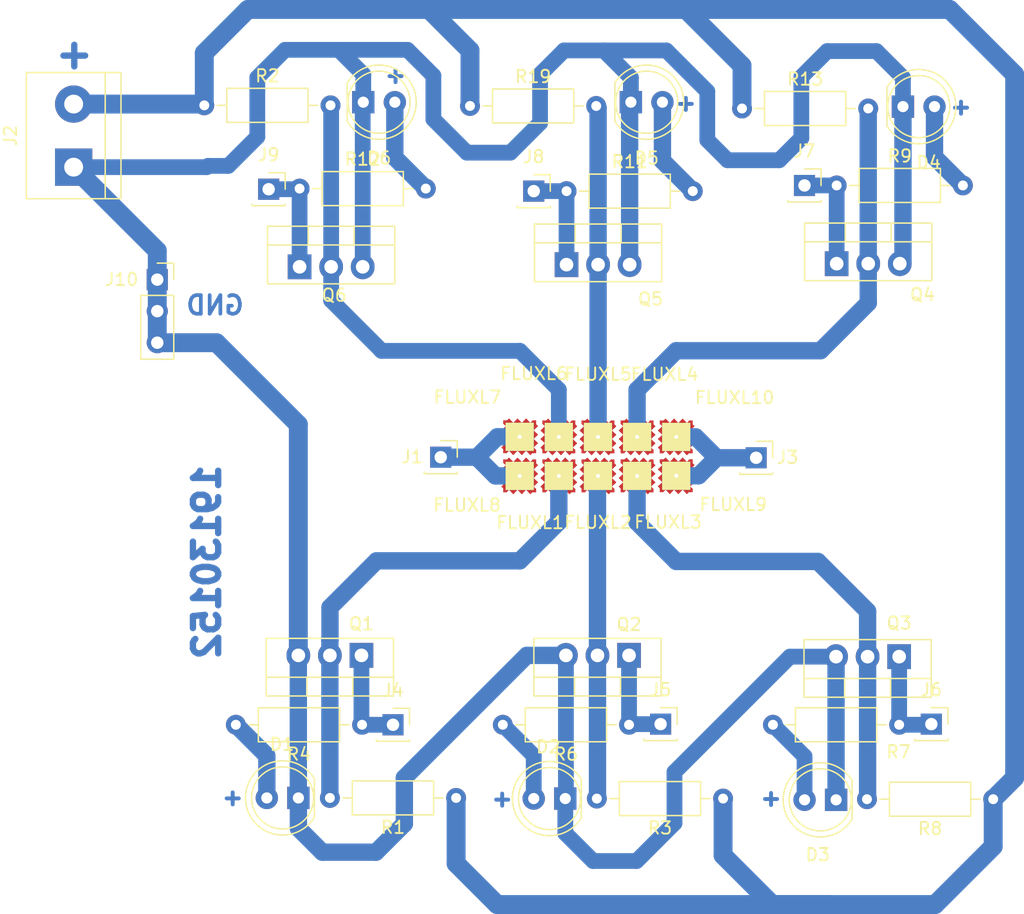
<source format=kicad_pcb>
(kicad_pcb (version 20211014) (generator pcbnew)
  (layers (0 "F.Cu" signal) (31 "B.Cu" signal) (34 "B.Paste" user) (35 "F.Paste" user) (36 "B.SilkS" user "B.Silkscreen") (37 "F.SilkS" user "F.Silkscreen") (38 "B.Mask" user) (39 "F.Mask" user) (44 "Edge.Cuts" user))
  (net 0 "")
  (net 1 "GND")
  (net 2 "Net-(D1-Pad2)")
  (net 3 "Net-(D2-Pad2)")
  (net 4 "Net-(D3-Pad2)")
  (net 5 "Net-(D4-Pad2)")
  (net 6 "Net-(D5-Pad2)")
  (net 7 "Net-(D6-Pad2)")
  (net 8 "Net-(FLUXL7-Pad1)")
  (net 9 "Net-(FLUXL10-Pad1)")
  (net 10 "/PAD_1")
  (net 11 "/PAD_2")
  (net 12 "/PAD_3")
  (net 13 "/PAD_4")
  (net 14 "/PAD_5")
  (net 15 "/PAD_6")
  (net 16 "/LED_1")
  (net 17 "/LED_2")
  (net 18 "/LED_3")
  (net 19 "/LED_4")
  (net 20 "/LED_5")
  (net 21 "/LED_6")
  (net 22 "/+HV")
  (footprint "LED_THT:LED_D5.0mm_IRBlack" (layer "F.Cu") (at 87.7874 133.0452 180)
    (fp_text reference "D1")
    (fp_text value "LED")
  )
  (footprint "Connector_PinSocket_2.54mm:PinSocket_1x03_P2.54mm_Vertical" (layer "F.Cu") (at 76.4282 91.3026)
    (fp_text reference "J10")
    (fp_text value "GND")
  )
  (footprint "GaudiLabsFootPrints:FLUXPAD_2_75_4MIL_FINAL" (layer "F.Cu") (at 118.2 103.97 -90)
    (fp_text reference "FLUXL10")
    (fp_text value "FX" hide)
  )
  (footprint "Package_TO_SOT_THT:TO-220-3_Vertical" (layer "F.Cu") (at 109.37 90.095)
    (fp_text reference "Q5")
    (fp_text value "IRF740")
  )
  (footprint "Resistor_THT:R_Axial_DIN0207_L6.3mm_D2.5mm_P10.16mm_Horizontal" (layer "F.Cu") (at 100.4824 133.0452 180)
    (fp_text reference "R1")
    (fp_text value "R")
  )
  (footprint "GaudiLabsFootPrints:FLUXPAD_2_75_4MIL_FINAL" (layer "F.Cu") (at 105.6 107.11 90)
    (fp_text reference "FLUXL8")
    (fp_text value "FX" hide)
  )
  (footprint "Resistor_THT:R_Axial_DIN0207_L6.3mm_D2.5mm_P10.16mm_Horizontal" (layer "F.Cu") (at 80.2132 77.2668)
    (fp_text reference "R2")
    (fp_text value "R")
  )
  (footprint "Resistor_THT:R_Axial_DIN0207_L6.3mm_D2.5mm_P10.16mm_Horizontal" (layer "F.Cu") (at 136.144 127.1524 180)
    (fp_text reference "R7")
    (fp_text value "1K")
  )
  (footprint "LED_THT:LED_D5.0mm_IRBlack" (layer "F.Cu") (at 109.2708 133.096 180)
    (fp_text reference "D2")
    (fp_text value "LED")
  )
  (footprint "Connector_PinSocket_2.54mm:PinSocket_1x01_P2.54mm_Vertical" (layer "F.Cu") (at 138.7348 127.1016)
    (fp_text reference "J6")
    (fp_text value "Ard_3")
  )
  (footprint "LED_THT:LED_D5.0mm_IRBlack" (layer "F.Cu") (at 136.4488 77.3684)
    (fp_text reference "D4")
    (fp_text value "LED")
  )
  (footprint "Resistor_THT:R_Axial_DIN0207_L6.3mm_D2.5mm_P10.16mm_Horizontal" (layer "F.Cu") (at 121.9708 133.096 180)
    (fp_text reference "R3")
    (fp_text value "R")
  )
  (footprint "GaudiLabsFootPrints:FLUXPAD_2_75_4MIL_FINAL" (layer "F.Cu") (at 111.9 107.11)
    (fp_text reference "FLUXL2")
    (fp_text value "FX" hide)
  )
  (footprint "Resistor_THT:R_Axial_DIN0207_L6.3mm_D2.5mm_P10.16mm_Horizontal" (layer "F.Cu") (at 87.884 83.9724)
    (fp_text reference "R12")
    (fp_text value "1K")
  )
  (footprint "TerminalBlock:TerminalBlock_bornier-2_P5.08mm" (layer "F.Cu") (at 69.6976 82.2452 90)
    (fp_text reference "J2")
    (fp_text value "POWER")
  )
  (footprint "GaudiLabsFootPrints:FLUXPAD_2_75_4MIL_FINAL" (layer "F.Cu") (at 111.9 103.97)
    (fp_text reference "FLUXL5")
    (fp_text value "FX" hide)
  )
  (footprint "GaudiLabsFootPrints:FLUXPAD_2_75_4MIL_FINAL" (layer "F.Cu") (at 115.05 103.97)
    (fp_text reference "FLUXL4")
    (fp_text value "FX" hide)
  )
  (footprint "Connector_PinSocket_2.54mm:PinSocket_1x01_P2.54mm_Vertical" (layer "F.Cu") (at 85.3948 84.0232)
    (fp_text reference "J9")
    (fp_text value "Ard_6")
  )
  (footprint "GaudiLabsFootPrints:FLUXPAD_2_75_4MIL_FINAL" (layer "F.Cu") (at 108.75 107.11)
    (fp_text reference "FLUXL1")
    (fp_text value "FX" hide)
  )
  (footprint "Connector_PinSocket_2.54mm:PinSocket_1x01_P2.54mm_Vertical" (layer "F.Cu") (at 95.4024 127.1524)
    (fp_text reference "J4")
    (fp_text value "Ard_1")
  )
  (footprint "Resistor_THT:R_Axial_DIN0207_L6.3mm_D2.5mm_P10.16mm_Horizontal" (layer "F.Cu") (at 123.4948 77.5208)
    (fp_text reference "R13")
    (fp_text value "R")
  )
  (footprint "GaudiLabsFootPrints:FLUXPAD_2_75_4MIL_FINAL" (layer "F.Cu") (at 108.75 103.97)
    (fp_text reference "FLUXL6")
    (fp_text value "FX" hide)
  )
  (footprint "LED_THT:LED_D5.0mm_IRBlack" (layer "F.Cu") (at 114.549 77.0128)
    (fp_text reference "D5")
    (fp_text value "LED")
  )
  (footprint "Connector_PinSocket_2.54mm:PinSocket_1x01_P2.54mm_Vertical" (layer "F.Cu") (at 128.524 83.7184)
    (fp_text reference "J7")
    (fp_text value "Ard_4")
  )
  (footprint "GaudiLabsFootPrints:FLUXPAD_2_75_4MIL_FINAL" (layer "F.Cu") (at 115.05 107.11)
    (fp_text reference "FLUXL3")
    (fp_text value "FX" hide)
  )
  (footprint "Connector_PinSocket_2.54mm:PinSocket_1x01_P2.54mm_Vertical" (layer "F.Cu") (at 99.245 105.605)
    (fp_text reference "J1")
    (fp_text value "GND_Electrodes")
  )
  (footprint "Package_TO_SOT_THT:TO-220-3_Vertical" (layer "F.Cu") (at 131.1148 90.0176)
    (fp_text reference "Q4")
    (fp_text value "IRF740")
  )
  (footprint "Connector_PinSocket_2.54mm:PinSocket_1x01_P2.54mm_Vertical" (layer "F.Cu") (at 106.7308 84.1756)
    (fp_text reference "J8")
    (fp_text value "Ard_5")
  )
  (footprint "Resistor_THT:R_Axial_DIN0207_L6.3mm_D2.5mm_P10.16mm_Horizontal" (layer "F.Cu") (at 131.1148 83.7184)
    (fp_text reference "R9")
    (fp_text value "1K")
  )
  (footprint "Resistor_THT:R_Axial_DIN0207_L6.3mm_D2.5mm_P10.16mm_Horizontal" (layer "F.Cu") (at 114.4016 127.1524 180)
    (fp_text reference "R6")
    (fp_text value "1K")
  )
  (footprint "Resistor_THT:R_Axial_DIN0207_L6.3mm_D2.5mm_P10.16mm_Horizontal" (layer "F.Cu") (at 143.7132 133.1468 180)
    (fp_text reference "R8")
    (fp_text value "R")
  )
  (footprint "Connector_PinSocket_2.54mm:PinSocket_1x01_P2.54mm_Vertical" (layer "F.Cu") (at 124.63 105.65)
    (fp_text reference "J3")
    (fp_text value "GND_Electrodes")
  )
  (footprint "LED_THT:LED_D5.0mm_IRBlack" (layer "F.Cu") (at 93.0098 77.0128)
    (fp_text reference "D6")
    (fp_text value "LED")
  )
  (footprint "Resistor_THT:R_Axial_DIN0207_L6.3mm_D2.5mm_P10.16mm_Horizontal" (layer "F.Cu") (at 101.6 77.3176)
    (fp_text reference "R19")
    (fp_text value "R")
  )
  (footprint "Package_TO_SOT_THT:TO-220-3_Vertical" (layer "F.Cu") (at 92.8624 121.5644 180)
    (fp_text reference "Q1")
    (fp_text value "IRF740")
  )
  (footprint "Package_TO_SOT_THT:TO-220-3_Vertical" (layer "F.Cu") (at 114.4016 121.5644 180)
    (fp_text reference "Q2")
    (fp_text value "IRF740")
  )
  (footprint "GaudiLabsFootPrints:FLUXPAD_2_75_4MIL_FINAL" (layer "F.Cu") (at 118.2 107.1 -90)
    (fp_text reference "FLUXL9")
    (fp_text value "FX" hide)
  )
  (footprint "Resistor_THT:R_Axial_DIN0207_L6.3mm_D2.5mm_P10.16mm_Horizontal" (layer "F.Cu") (at 109.3724 84.1756)
    (fp_text reference "R11")
    (fp_text value "1K")
  )
  (footprint "Package_TO_SOT_THT:TO-220-3_Vertical" (layer "F.Cu") (at 136.144 121.666 180)
    (fp_text reference "Q3")
    (fp_text value "IRF740")
  )
  (footprint "LED_THT:LED_D5.0mm_IRBlack" (layer "F.Cu") (at 131.069 133.1976 180)
    (fp_text reference "D3")
    (fp_text value "LED")
  )
  (footprint "GaudiLabsFootPrints:FLUXPAD_2_75_4MIL_FINAL" (layer "F.Cu") (at 105.6 103.96 90)
    (fp_text reference "FLUXL7")
    (fp_text value "FX" hide)
  )
  (footprint "Package_TO_SOT_THT:TO-220-3_Vertical" (layer "F.Cu") (at 87.884 90.2716)
    (fp_text reference "Q6")
    (fp_text value "IRF740")
  )
  (footprint "Connector_PinSocket_2.54mm:PinSocket_1x01_P2.54mm_Vertical" (layer "F.Cu") (at 116.9416 127.1016)
    (fp_text reference "J5")
    (fp_text value "Ard_2")
  )
  (footprint "Resistor_THT:R_Axial_DIN0207_L6.3mm_D2.5mm_P10.16mm_Horizontal" (layer "F.Cu") (at 92.9132 127.1524 180)
    (fp_text reference "R4")
    (fp_text value "1K")
  )
  (gr_text "+" (at 141.1224 77.3684) (layer "B.Cu") (effects (font (size 1.27 1.27) (thickness 0.3175)) (justify mirror)))
  (gr_text "+" (at 82.4992 132.9944) (layer "B.Cu") (effects (font (size 1.27 1.27) (thickness 0.3175)) (justify mirror)))
  (gr_text "+" (at 104.1908 133.096) (layer "B.Cu") (effects (font (size 1.27 1.27) (thickness 0.3175)) (justify mirror)))
  (gr_text "+" (at 95.6056 74.8284) (layer "B.Cu") (effects (font (size 1.27 1.27) (thickness 0.3175)) (justify mirror)))
  (gr_text "19130152" (at 80.4164 114.046 90) (layer "B.Cu") (effects (font (size 2.032 2.032) (thickness 0.508)) (justify mirror)))
  (gr_text "+" (at 125.8316 133.0452) (layer "B.Cu") (effects (font (size 1.27 1.27) (thickness 0.3175)) (justify mirror)))
  (gr_text "+\n" (at 69.7484 73.1012) (layer "B.Cu") (effects (font (size 2.286 2.286) (thickness 0.508)) (justify mirror)))
  (gr_text "+" (at 118.9736 77.0636) (layer "B.Cu") (effects (font (size 1.27 1.27) (thickness 0.3175)) (justify mirror)))
  (gr_text "GND\n" (at 81.0768 93.3704) (layer "B.Cu") (effects (font (size 1.5 1.5) (thickness 0.3)) (justify mirror)))
  (segment (start 131.064 133.1926) (end 131.069 133.1976) (width 1.397) (layer "B.Cu") (net 1))
  (segment (start 109.3216 121.5644) (end 109.3216 133.0452) (width 1.27) (layer "B.Cu") (net 1))
  (segment (start 96.3168 135.128) (end 96.3168 131.4196) (width 1.397) (layer "B.Cu") (net 1))
  (segment (start 84.4804 79.8068) (end 82.1436 82.1436) (width 1.27) (layer "B.Cu") (net 1))
  (segment (start 127.3556 121.666) (end 131.064 121.666) (width 1.27) (layer "B.Cu") (net 1))
  (segment (start 76.4282 96.3826) (end 81.1934 96.3826) (width 1.524) (layer "B.Cu") (net 1))
  (segment (start 112.3696 72.8472) (end 114.549 75.0266) (width 1.27) (layer "B.Cu") (net 1))
  (segment (start 117.407473 72.8472) (end 112.3696 72.8472) (width 1.27) (layer "B.Cu") (net 1))
  (segment (start 98.6536 74.8792) (end 98.6536 78.3844) (width 1.27) (layer "B.Cu") (net 1))
  (segment (start 136.4488 75.0316) (end 134.3152 72.898) (width 1.27) (layer "B.Cu") (net 1))
  (segment (start 92.964 90.2716) (end 92.964 77.0586) (width 1.27) (layer "B.Cu") (net 1))
  (segment (start 87.7874 135.4886) (end 89.7128 137.414) (width 1.397) (layer "B.Cu") (net 1))
  (segment (start 91.0336 72.7964) (end 96.5708 72.7964) (width 1.27) (layer "B.Cu") (net 1))
  (segment (start 111.506 138.1252) (end 115.0112 138.1252) (width 1.27) (layer "B.Cu") (net 1))
  (segment (start 118.0592 130.9624) (end 127.3556 121.666) (width 1.27) (layer "B.Cu") (net 1))
  (segment (start 109.1692 72.8472) (end 112.3696 72.8472) (width 1.27) (layer "B.Cu") (net 1))
  (segment (start 109.2708 133.096) (end 109.2708 135.89) (width 1.27) (layer "B.Cu") (net 1))
  (segment (start 76.4282 91.3026) (end 76.4282 88.9758) (width 1.524) (layer "B.Cu") (net 1))
  (segment (start 76.4282 88.9758) (end 69.6976 82.2452) (width 1.524) (layer "B.Cu") (net 1))
  (segment (start 76.4282 93.8426) (end 76.4282 96.3826) (width 1.524) (layer "B.Cu") (net 1))
  (segment (start 91.0336 72.7964) (end 86.7156 72.7964) (width 1.27) (layer "B.Cu") (net 1))
  (segment (start 114.549 75.0266) (end 114.549 77.0128) (width 1.27) (layer "B.Cu") (net 1))
  (segment (start 87.7824 102.9716) (end 87.7824 121.5644) (width 1.524) (layer "B.Cu") (net 1))
  (segment (start 89.7128 137.414) (end 94.0308 137.414) (width 1.397) (layer "B.Cu") (net 1))
  (segment (start 136.4488 77.3684) (end 136.4488 75.0316) (width 1.27) (layer "B.Cu") (net 1))
  (segment (start 122.3264 81.6864) (end 120.7008 80.0608) (width 1.27) (layer "B.Cu") (net 1))
  (segment (start 104.8512 81.0768) (end 107.2388 78.6892) (width 1.27) (layer "B.Cu") (net 1))
  (segment (start 94.0308 137.414) (end 96.3168 135.128) (width 1.397) (layer "B.Cu") (net 1))
  (segment (start 118.0592 135.0772) (end 118.0592 130.9624) (width 1.27) (layer "B.Cu") (net 1))
  (segment (start 76.4282 91.3026) (end 76.4282 93.8426) (width 1.524) (layer "B.Cu") (net 1))
  (segment (start 92.964 77.0586) (end 93.0098 77.0128) (width 1.27) (layer "B.Cu") (net 1))
  (segment (start 87.7874 133.0452) (end 87.7874 135.4886) (width 1.397) (layer "B.Cu") (net 1))
  (segment (start 93.0098 77.0128) (end 93.0098 74.7726) (width 1.27) (layer "B.Cu") (net 1))
  (segment (start 136.4488 89.7636) (end 136.1948 90.0176) (width 1.397) (layer "B.Cu") (net 1))
  (segment (start 96.3168 131.4196) (end 106.172 121.5644) (width 1.397) (layer "B.Cu") (net 1))
  (segment (start 106.172 121.5644) (end 109.3216 121.5644) (width 1.397) (layer "B.Cu") (net 1))
  (segment (start 107.2388 74.7776) (end 109.1692 72.8472) (width 1.27) (layer "B.Cu") (net 1))
  (segment (start 128.27 74.9808) (end 128.27 79.9084) (width 1.27) (layer "B.Cu") (net 1))
  (segment (start 128.27 79.9084) (end 126.492 81.6864) (width 1.27) (layer "B.Cu") (net 1))
  (segment (start 109.2708 135.89) (end 111.506 138.1252) (width 1.27) (layer "B.Cu") (net 1))
  (segment (start 101.346 81.0768) (end 104.8512 81.0768) (width 1.27) (layer "B.Cu") (net 1))
  (segment (start 134.3152 72.898) (end 130.3528 72.898) (width 1.27) (layer "B.Cu") (net 1))
  (segment (start 86.7156 72.7964) (end 84.4804 75.0316) (width 1.27) (layer "B.Cu") (net 1))
  (segment (start 114.45 90.095) (end 114.45 77.1118) (width 1.397) (layer "B.Cu") (net 1))
  (segment (start 80.4164 82.2452) (end 69.6976 82.2452) (width 1.27) (layer "B.Cu") (net 1))
  (segment (start 96.5708 72.7964) (end 98.6536 74.8792) (width 1.27) (layer "B.Cu") (net 1))
  (segment (start 115.0112 138.1252) (end 118.0592 135.0772) (width 1.27) (layer "B.Cu") (net 1))
  (segment (start 130.3528 72.898) (end 128.27 74.9808) (width 1.27) (layer "B.Cu") (net 1))
  (segment (start 136.4488 77.3684) (end 136.4488 89.7636) (width 1.397) (layer "B.Cu") (net 1))
  (segment (start 114.45 77.1118) (end 114.549 77.0128) (width 1.397) (layer "B.Cu") (net 1))
  (segment (start 80.518 82.1436) (end 80.4164 82.2452) (width 1.27) (layer "B.Cu") (net 1))
  (segment (start 126.492 81.6864) (end 122.3264 81.6864) (width 1.27) (layer "B.Cu") (net 1))
  (segment (start 120.7008 76.140527) (end 117.407473 72.8472) (width 1.27) (layer "B.Cu") (net 1))
  (segment (start 131.064 121.666) (end 131.064 133.1926) (width 1.397) (layer "B.Cu") (net 1))
  (segment (start 81.1934 96.3826) (end 87.7824 102.9716) (width 1.524) (layer "B.Cu") (net 1))
  (segment (start 87.7824 121.5644) (end 87.7824 133.0402) (width 1.397) (layer "B.Cu") (net 1))
  (segment (start 87.7824 133.0402) (end 87.7874 133.0452) (width 1.397) (layer "B.Cu") (net 1))
  (segment (start 93.0098 74.7726) (end 91.0336 72.7964) (width 1.27) (layer "B.Cu") (net 1))
  (segment (start 120.7008 80.0608) (end 120.7008 76.140527) (width 1.27) (layer "B.Cu") (net 1))
  (segment (start 82.1436 82.1436) (end 80.518 82.1436) (width 1.27) (layer "B.Cu") (net 1))
  (segment (start 98.6536 78.3844) (end 101.346 81.0768) (width 1.27) (layer "B.Cu") (net 1))
  (segment (start 84.4804 75.0316) (end 84.4804 79.8068) (width 1.27) (layer "B.Cu") (net 1))
  (segment (start 109.3216 133.0452) (end 109.2708 133.096) (width 1.27) (layer "B.Cu") (net 1))
  (segment (start 107.2388 78.6892) (end 107.2388 74.7776) (width 1.27) (layer "B.Cu") (net 1))
  (segment (start 85.2474 129.6466) (end 82.7532 127.1524) (width 1.397) (layer "B.Cu") (net 2))
  (segment (start 85.2474 133.0452) (end 85.2474 129.6466) (width 1.397) (layer "B.Cu") (net 2))
  (segment (start 106.7308 133.096) (end 106.7308 129.6416) (width 1.27) (layer "B.Cu") (net 3))
  (segment (start 106.7308 129.6416) (end 104.2416 127.1524) (width 1.27) (layer "B.Cu") (net 3))
  (segment (start 128.529 129.6974) (end 125.984 127.1524) (width 1.27) (layer "B.Cu") (net 4))
  (segment (start 128.529 133.1976) (end 128.529 129.6974) (width 1.27) (layer "B.Cu") (net 4))
  (segment (start 138.9888 77.3684) (end 138.9888 81.4324) (width 1.397) (layer "B.Cu") (net 5))
  (segment (start 138.9888 81.4324) (end 141.2748 83.7184) (width 1.397) (layer "B.Cu") (net 5))
  (segment (start 117.089 77.0128) (end 117.089 81.7322) (width 1.397) (layer "B.Cu") (net 6))
  (segment (start 117.089 81.7322) (end 119.5324 84.1756) (width 1.397) (layer "B.Cu") (net 6))
  (segment (start 95.5498 81.4782) (end 98.044 83.9724) (width 1.397) (layer "B.Cu") (net 7))
  (segment (start 95.5498 77.0128) (end 95.5498 81.4782) (width 1.397) (layer "B.Cu") (net 7))
  (segment (start 102.15 105.61) (end 103.8 103.96) (width 1.397) (layer "B.Cu") (net 8))
  (segment (start 102.01 105.61) (end 102.15 105.61) (width 1.397) (layer "B.Cu") (net 8))
  (segment (start 103.65 107.11) (end 102.15 105.61) (width 1.397) (layer "B.Cu") (net 8))
  (segment (start 103.8 103.96) (end 105.6 103.96) (width 1.397) (layer "B.Cu") (net 8))
  (segment (start 105.6 107.11) (end 103.65 107.11) (width 1.397) (layer "B.Cu") (net 8))
  (segment (start 102.005 105.605) (end 102.01 105.61) (width 1.397) (layer "B.Cu") (net 8))
  (segment (start 99.245 105.605) (end 102.005 105.605) (width 1.397) (layer "B.Cu") (net 8))
  (segment (start 118.2 103.97) (end 119.77 103.97) (width 1.397) (layer "B.Cu") (net 9))
  (segment (start 121.45 105.65) (end 120 107.1) (width 1.397) (layer "B.Cu") (net 9))
  (segment (start 120 107.1) (end 118.2 107.1) (width 1.397) (layer "B.Cu") (net 9))
  (segment (start 124.63 105.65) (end 121.45 105.65) (width 1.397) (layer "B.Cu") (net 9))
  (segment (start 119.77 103.97) (end 121.45 105.65) (width 1.397) (layer "B.Cu") (net 9))
  (segment (start 90.33 120.3473) (end 90.33 117.7) (width 1.397) (layer "B.Cu") (net 10))
  (segment (start 105.61 113.95) (end 108.75 110.81) (width 1.397) (layer "B.Cu") (net 10))
  (segment (start 90.3224 120.3549) (end 90.33 120.3473) (width 1.397) (layer "B.Cu") (net 10))
  (segment (start 90.3224 121.5644) (end 90.3224 120.3549) (width 1.397) (layer "B.Cu") (net 10))
  (segment (start 90.3224 121.5644) (end 90.3224 133.0452) (width 1.397) (layer "B.Cu") (net 10))
  (segment (start 108.75 110.81) (end 108.75 107.11) (width 1.397) (layer "B.Cu") (net 10))
  (segment (start 90.33 117.7) (end 94.08 113.95) (width 1.397) (layer "B.Cu") (net 10))
  (segment (start 94.08 113.95) (end 105.61 113.95) (width 1.397) (layer "B.Cu") (net 10))
  (segment (start 111.8616 133.0452) (end 111.8108 133.096) (width 1.397) (layer "B.Cu") (net 11))
  (segment (start 111.8616 121.5644) (end 111.8616 133.0452) (width 1.397) (layer "B.Cu") (net 11))
  (segment (start 111.8616 107.1484) (end 111.9 107.11) (width 1.397) (layer "B.Cu") (net 11))
  (segment (start 111.8616 121.5644) (end 111.8616 107.1484) (width 1.397) (layer "B.Cu") (net 11))
  (segment (start 111.921448 121.504552) (end 111.8616 121.5644) (width 1.397) (layer "B.Cu") (net 11))
  (segment (start 133.604 133.096) (end 133.5532 133.1468) (width 1.397) (layer "B.Cu") (net 12))
  (segment (start 133.604 118.004) (end 129.6 114) (width 1.397) (layer "B.Cu") (net 12))
  (segment (start 129.6 114) (end 118.2 114) (width 1.397) (layer "B.Cu") (net 12))
  (segment (start 118.2 114) (end 115.05 110.85) (width 1.397) (layer "B.Cu") (net 12))
  (segment (start 133.604 121.666) (end 133.604 118.004) (width 1.397) (layer "B.Cu") (net 12))
  (segment (start 133.604 121.666) (end 133.604 133.096) (width 1.397) (layer "B.Cu") (net 12))
  (segment (start 115.05 110.85) (end 115.05 107.11) (width 1.397) (layer "B.Cu") (net 12))
  (segment (start 115.05 100.18) (end 115.05 103.97) (width 1.397) (layer "B.Cu") (net 13))
  (segment (start 133.6548 93.0148) (end 133.66 93.02) (width 1.397) (layer "B.Cu") (net 13))
  (segment (start 133.66 93.02) (end 133.66 93.18) (width 1.397) (layer "B.Cu") (net 13))
  (segment (start 133.6548 90.0176) (end 133.6548 77.5208) (width 1.397) (layer "B.Cu") (net 13))
  (segment (start 129.81 97.03) (end 118.2 97.03) (width 1.397) (layer "B.Cu") (net 13))
  (segment (start 118.2 97.03) (end 115.05 100.18) (width 1.397) (layer "B.Cu") (net 13))
  (segment (start 133.66 93.18) (end 129.81 97.03) (width 1.397) (layer "B.Cu") (net 13))
  (segment (start 133.6548 90.0176) (end 133.6548 93.0148) (width 1.397) (layer "B.Cu") (net 13))
  (segment (start 111.91 103.96) (end 111.9 103.97) (width 1.397) (layer "B.Cu") (net 14))
  (segment (start 111.91 77.4676) (end 111.76 77.3176) (width 1.397) (layer "B.Cu") (net 14))
  (segment (start 111.914957 90.099957) (end 111.91 90.095) (width 1.397) (layer "B.Cu") (net 14))
  (segment (start 111.91 90.095) (end 111.91 103.96) (width 1.397) (layer "B.Cu") (net 14))
  (segment (start 111.91 90.095) (end 111.91 77.4676) (width 1.397) (layer "B.Cu") (net 14))
  (segment (start 94.43 96.98) (end 94.43 96.99) (width 1.27) (layer "B.Cu") (net 15))
  (segment (start 90.424 90.2716) (end 90.424 77.3176) (width 1.27) (layer "B.Cu") (net 15))
  (segment (start 94.48 97.04) (end 105.62 97.04) (width 1.27) (layer "B.Cu") (net 15))
  (segment (start 90.424 77.3176) (end 90.3732 77.2668) (width 1.27) (layer "B.Cu") (net 15))
  (segment (start 90.424 92.974) (end 94.43 96.98) (width 1.27) (layer "B.Cu") (net 15))
  (segment (start 105.62 97.04) (end 108.75 100.17) (width 1.27) (layer "B.Cu") (net 15))
  (segment (start 94.43 96.99) (end 94.48 97.04) (width 1.27) (layer "B.Cu") (net 15))
  (segment (start 108.75 100.17) (end 108.75 103.97) (width 1.27) (layer "B.Cu") (net 15))
  (segment (start 90.424 90.2716) (end 90.424 92.974) (width 1.27) (layer "B.Cu") (net 15))
  (segment (start 92.8624 127.1016) (end 92.9132 127.1524) (width 1.27) (layer "B.Cu") (net 16))
  (segment (start 92.8624 121.5644) (end 92.8624 127.1016) (width 1.27) (layer "B.Cu") (net 16))
  (segment (start 92.9132 127.1524) (end 95.4024 127.1524) (width 1.27) (layer "B.Cu") (net 16))
  (segment (start 116.9416 127.1016) (end 114.4524 127.1016) (width 1.27) (layer "B.Cu") (net 17))
  (segment (start 114.4016 127.1524) (end 114.4016 121.5644) (width 1.27) (layer "B.Cu") (net 17))
  (segment (start 114.4524 127.1016) (end 114.4016 127.1524) (width 1.27) (layer "B.Cu") (net 17))
  (segment (start 138.684 127.1524) (end 138.7348 127.1016) (width 1.27) (layer "B.Cu") (net 18))
  (segment (start 136.144 127.1524) (end 138.684 127.1524) (width 1.27) (layer "B.Cu") (net 18))
  (segment (start 136.144 121.666) (end 136.144 127.1524) (width 1.27) (layer "B.Cu") (net 18))
  (segment (start 131.1148 83.7184) (end 131.1148 90.0176) (width 1.27) (layer "B.Cu") (net 19))
  (segment (start 131.1148 83.7184) (end 128.524 83.7184) (width 1.27) (layer "B.Cu") (net 19))
  (segment (start 109.3724 90.0926) (end 109.37 90.095) (width 1.27) (layer "B.Cu") (net 20))
  (segment (start 109.3724 84.1756) (end 109.3724 90.0926) (width 1.27) (layer "B.Cu") (net 20))
  (segment (start 109.3724 84.1756) (end 106.7308 84.1756) (width 1.27) (layer "B.Cu") (net 20))
  (segment (start 87.8332 84.0232) (end 87.884 83.9724) (width 1.27) (layer "B.Cu") (net 21))
  (segment (start 87.884 83.9724) (end 87.884 90.2716) (width 1.27) (layer "B.Cu") (net 21))
  (segment (start 85.3948 84.0232) (end 87.8332 84.0232) (width 1.27) (layer "B.Cu") (net 21))
  (segment (start 140.208 69.5452) (end 145.4404 74.7776) (width 1.524) (layer "B.Cu") (net 22))
  (segment (start 103.7844 141.6304) (end 100.4824 138.3284) (width 1.524) (layer "B.Cu") (net 22))
  (segment (start 130.5052 141.6304) (end 103.7844 141.6304) (width 1.524) (layer "B.Cu") (net 22))
  (segment (start 69.6976 77.1652) (end 80.1116 77.1652) (width 1.524) (layer "B.Cu") (net 22))
  (segment (start 125.9332 141.6304) (end 121.9708 137.668) (width 1.524) (layer "B.Cu") (net 22))
  (segment (start 130.5052 141.6304) (end 125.9332 141.6304) (width 1.524) (layer "B.Cu") (net 22))
  (segment (start 80.1116 77.1652) (end 80.2132 77.2668) (width 1.524) (layer "B.Cu") (net 22))
  (segment (start 101.6 72.8472) (end 101.6 77.3176) (width 1.524) (layer "B.Cu") (net 22))
  (segment (start 143.7132 136.9568) (end 139.0396 141.6304) (width 1.524) (layer "B.Cu") (net 22))
  (segment (start 80.2132 77.2668) (end 80.2132 73.0504) (width 1.524) (layer "B.Cu") (net 22))
  (segment (start 145.4404 74.7776) (end 145.4404 131.4196) (width 1.524) (layer "B.Cu") (net 22))
  (segment (start 139.0396 141.6304) (end 130.5052 141.6304) (width 1.524) (layer "B.Cu") (net 22))
  (segment (start 123.4948 74.0664) (end 118.9736 69.5452) (width 1.524) (layer "B.Cu") (net 22))
  (segment (start 98.298 69.5452) (end 101.6 72.8472) (width 1.524) (layer "B.Cu") (net 22))
  (segment (start 83.7184 69.5452) (end 98.298 69.5452) (width 1.524) (layer "B.Cu") (net 22))
  (segment (start 80.2132 73.0504) (end 83.7184 69.5452) (width 1.524) (layer "B.Cu") (net 22))
  (segment (start 123.4948 77.5208) (end 123.4948 74.0664) (width 1.524) (layer "B.Cu") (net 22))
  (segment (start 118.9736 69.5452) (end 140.208 69.5452) (width 1.524) (layer "B.Cu") (net 22))
  (segment (start 121.9708 137.668) (end 121.9708 133.096) (width 1.524) (layer "B.Cu") (net 22))
  (segment (start 118.9736 69.5452) (end 98.298 69.5452) (width 1.524) (layer "B.Cu") (net 22))
  (segment (start 145.4404 131.4196) (end 143.7132 133.1468) (width 1.524) (layer "B.Cu") (net 22))
  (segment (start 100.4824 138.3284) (end 100.4824 133.0452) (width 1.524) (layer "B.Cu") (net 22))
  (segment (start 143.7132 133.1468) (end 143.7132 136.9568) (width 1.524) (layer "B.Cu") (net 22))
)
</source>
